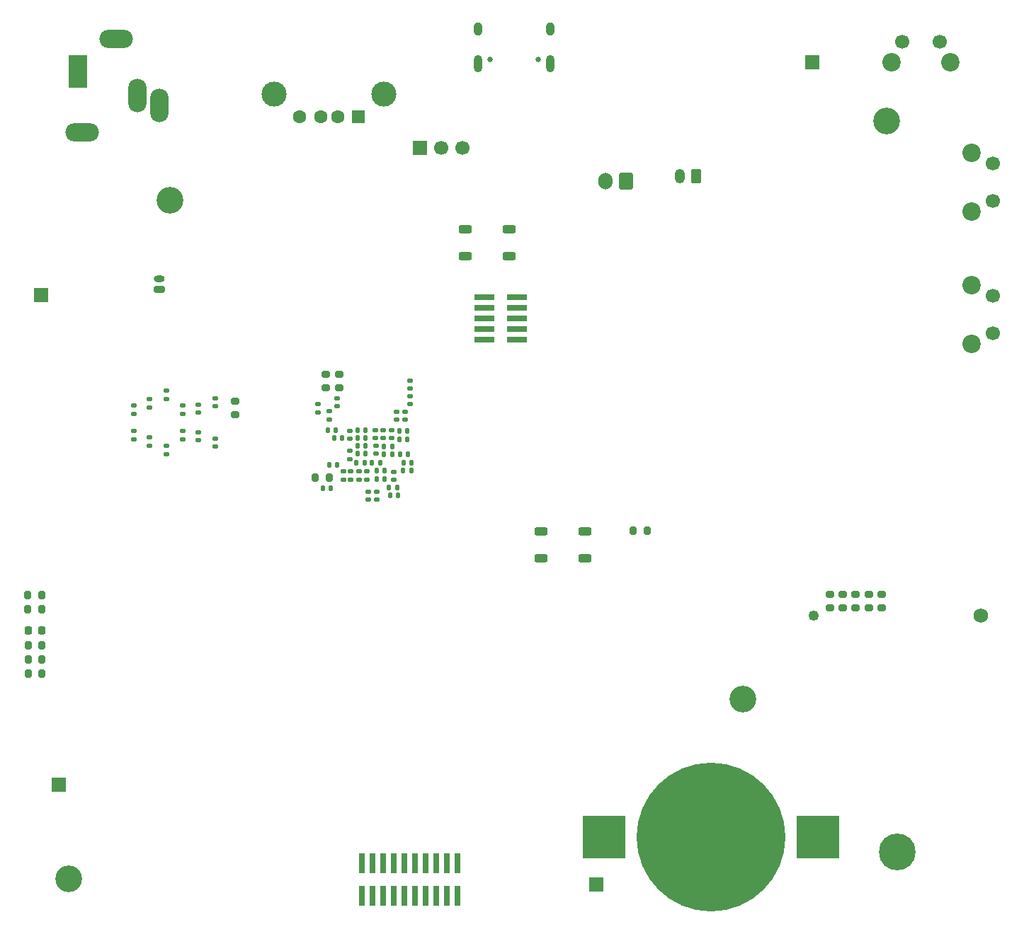
<source format=gbs>
%TF.GenerationSoftware,KiCad,Pcbnew,9.0.5*%
%TF.CreationDate,2025-11-15T17:56:55+00:00*%
%TF.ProjectId,gk,676b2e6b-6963-4616-945f-706362585858,rev?*%
%TF.SameCoordinates,Original*%
%TF.FileFunction,Soldermask,Bot*%
%TF.FilePolarity,Negative*%
%FSLAX46Y46*%
G04 Gerber Fmt 4.6, Leading zero omitted, Abs format (unit mm)*
G04 Created by KiCad (PCBNEW 9.0.5) date 2025-11-15 17:56:55*
%MOMM*%
%LPD*%
G01*
G04 APERTURE LIST*
G04 Aperture macros list*
%AMRoundRect*
0 Rectangle with rounded corners*
0 $1 Rounding radius*
0 $2 $3 $4 $5 $6 $7 $8 $9 X,Y pos of 4 corners*
0 Add a 4 corners polygon primitive as box body*
4,1,4,$2,$3,$4,$5,$6,$7,$8,$9,$2,$3,0*
0 Add four circle primitives for the rounded corners*
1,1,$1+$1,$2,$3*
1,1,$1+$1,$4,$5*
1,1,$1+$1,$6,$7*
1,1,$1+$1,$8,$9*
0 Add four rect primitives between the rounded corners*
20,1,$1+$1,$2,$3,$4,$5,0*
20,1,$1+$1,$4,$5,$6,$7,0*
20,1,$1+$1,$6,$7,$8,$9,0*
20,1,$1+$1,$8,$9,$2,$3,0*%
G04 Aperture macros list end*
%ADD10RoundRect,0.250000X0.525000X0.250000X-0.525000X0.250000X-0.525000X-0.250000X0.525000X-0.250000X0*%
%ADD11C,2.200000*%
%ADD12C,1.700000*%
%ADD13R,1.700000X1.700000*%
%ADD14R,1.600000X1.500000*%
%ADD15C,1.600000*%
%ADD16C,3.000000*%
%ADD17C,3.200000*%
%ADD18C,1.250000*%
%ADD19C,1.750000*%
%ADD20RoundRect,0.200000X0.450000X-0.200000X0.450000X0.200000X-0.450000X0.200000X-0.450000X-0.200000X0*%
%ADD21O,1.300000X0.800000*%
%ADD22O,2.200000X4.000000*%
%ADD23O,4.000000X2.200000*%
%ADD24R,2.200000X4.000000*%
%ADD25C,0.650000*%
%ADD26O,1.000000X2.100000*%
%ADD27O,1.000000X1.600000*%
%ADD28RoundRect,0.250000X0.600000X0.750000X-0.600000X0.750000X-0.600000X-0.750000X0.600000X-0.750000X0*%
%ADD29O,1.700000X2.000000*%
%ADD30C,2.600000*%
%ADD31C,4.400000*%
%ADD32RoundRect,0.250000X0.350000X0.625000X-0.350000X0.625000X-0.350000X-0.625000X0.350000X-0.625000X0*%
%ADD33O,1.200000X1.750000*%
%ADD34RoundRect,0.140000X0.170000X-0.140000X0.170000X0.140000X-0.170000X0.140000X-0.170000X-0.140000X0*%
%ADD35RoundRect,0.200000X-0.200000X-0.275000X0.200000X-0.275000X0.200000X0.275000X-0.200000X0.275000X0*%
%ADD36RoundRect,0.140000X-0.170000X0.140000X-0.170000X-0.140000X0.170000X-0.140000X0.170000X0.140000X0*%
%ADD37R,0.740000X2.400000*%
%ADD38RoundRect,0.200000X0.275000X-0.200000X0.275000X0.200000X-0.275000X0.200000X-0.275000X-0.200000X0*%
%ADD39RoundRect,0.140000X-0.140000X-0.170000X0.140000X-0.170000X0.140000X0.170000X-0.140000X0.170000X0*%
%ADD40RoundRect,0.140000X0.140000X0.170000X-0.140000X0.170000X-0.140000X-0.170000X0.140000X-0.170000X0*%
%ADD41RoundRect,0.200000X0.200000X0.275000X-0.200000X0.275000X-0.200000X-0.275000X0.200000X-0.275000X0*%
%ADD42RoundRect,0.225000X0.225000X0.250000X-0.225000X0.250000X-0.225000X-0.250000X0.225000X-0.250000X0*%
%ADD43RoundRect,0.200000X-0.275000X0.200000X-0.275000X-0.200000X0.275000X-0.200000X0.275000X0.200000X0*%
%ADD44R,2.400000X0.740000*%
%ADD45R,5.100000X5.100000*%
%ADD46C,17.800000*%
G04 APERTURE END LIST*
D10*
%TO.C,SW2*%
X109856991Y-92778939D03*
X104606991Y-92778939D03*
X109856991Y-95978939D03*
X104606991Y-95978939D03*
%TD*%
%TO.C,SW1*%
X100776491Y-56647439D03*
X95526491Y-56647439D03*
X100776491Y-59847439D03*
X95526491Y-59847439D03*
%TD*%
D11*
%TO.C,SW_ONOFF1*%
X146488491Y-36679439D03*
X153488491Y-36679439D03*
D12*
X147738491Y-34179439D03*
X152238491Y-34179439D03*
%TD*%
D13*
%TO.C,TP4*%
X46906991Y-123144439D03*
%TD*%
%TO.C,TP2*%
X137013491Y-36657439D03*
%TD*%
D14*
%TO.C,J6*%
X82738491Y-43214439D03*
D15*
X80238491Y-43214439D03*
X78238491Y-43214439D03*
X75738491Y-43214439D03*
D16*
X85808491Y-40504439D03*
X72668491Y-40504439D03*
%TD*%
D17*
%TO.C,H5*%
X48113491Y-134383939D03*
%TD*%
%TO.C,H4*%
X145900969Y-43676207D03*
%TD*%
D13*
%TO.C,TP1*%
X44788491Y-64554439D03*
%TD*%
D11*
%TO.C,SW_VOLDOWN1*%
X156063491Y-63354439D03*
X156063491Y-70354439D03*
D12*
X158563491Y-64604439D03*
X158563491Y-69104439D03*
%TD*%
D18*
%TO.C,J3*%
X137138491Y-102904439D03*
D19*
X157138491Y-102904439D03*
%TD*%
D20*
%TO.C,J13*%
X58986491Y-63825439D03*
D21*
X58986491Y-62575439D03*
%TD*%
D22*
%TO.C,J12*%
X58980991Y-41854439D03*
X56280991Y-40654439D03*
D23*
X53780991Y-33854439D03*
D24*
X49180991Y-37754439D03*
D23*
X49680991Y-45054439D03*
%TD*%
D13*
%TO.C,J14*%
X90100000Y-46900000D03*
D12*
X92640000Y-46900000D03*
X95180000Y-46900000D03*
%TD*%
D25*
%TO.C,J7*%
X104255791Y-36293739D03*
X98475791Y-36293739D03*
D26*
X105685791Y-36823739D03*
D27*
X105685791Y-32643739D03*
D26*
X97045791Y-36823739D03*
D27*
X97045791Y-32643739D03*
%TD*%
D11*
%TO.C,SW_VOLUP1*%
X156063491Y-47504439D03*
X156063491Y-54504439D03*
D12*
X158563491Y-48754439D03*
X158563491Y-53254439D03*
%TD*%
D28*
%TO.C,J1*%
X114768491Y-50898439D03*
D29*
X112268491Y-50898439D03*
%TD*%
D30*
%TO.C,H1*%
X147138491Y-131154439D03*
D31*
X147138491Y-131154439D03*
%TD*%
D17*
%TO.C,H3*%
X60175969Y-53201207D03*
%TD*%
%TO.C,H2*%
X128694991Y-112857439D03*
%TD*%
D32*
%TO.C,J2*%
X123154491Y-50288439D03*
D33*
X121154491Y-50288439D03*
%TD*%
D13*
%TO.C,TP3*%
X111150000Y-135050000D03*
%TD*%
D34*
%TO.C,C80*%
X65641491Y-77811439D03*
X65641491Y-76851439D03*
%TD*%
D35*
%TO.C,R27*%
X43209991Y-100436439D03*
X44859991Y-100436439D03*
%TD*%
D36*
%TO.C,C35*%
X86688491Y-80674439D03*
X86688491Y-81634439D03*
%TD*%
%TO.C,C63*%
X88888491Y-76624439D03*
X88888491Y-77584439D03*
%TD*%
D37*
%TO.C,J11*%
X83165491Y-132497439D03*
X83165491Y-136397439D03*
X84435491Y-132497439D03*
X84435491Y-136397439D03*
X85705491Y-132497439D03*
X85705491Y-136397439D03*
X86975491Y-132497439D03*
X86975491Y-136397439D03*
X88245491Y-132497439D03*
X88245491Y-136397439D03*
X89515491Y-132497439D03*
X89515491Y-136397439D03*
X90785491Y-132497439D03*
X90785491Y-136397439D03*
X92055491Y-132497439D03*
X92055491Y-136397439D03*
X93325491Y-132497439D03*
X93325491Y-136397439D03*
X94595491Y-132497439D03*
X94595491Y-136397439D03*
%TD*%
D38*
%TO.C,R16*%
X140638491Y-101979439D03*
X140638491Y-100329439D03*
%TD*%
D39*
%TO.C,C56*%
X88158491Y-84554439D03*
X89118491Y-84554439D03*
%TD*%
%TO.C,C66*%
X85808491Y-83554439D03*
X86768491Y-83554439D03*
%TD*%
D34*
%TO.C,C93*%
X61704491Y-81748439D03*
X61704491Y-80788439D03*
%TD*%
D40*
%TO.C,C29*%
X83618491Y-82554439D03*
X82658491Y-82554439D03*
%TD*%
D34*
%TO.C,C44*%
X80938491Y-86584439D03*
X80938491Y-85624439D03*
%TD*%
D38*
%TO.C,R17*%
X143738491Y-101979439D03*
X143738491Y-100329439D03*
%TD*%
D40*
%TO.C,C13*%
X85868491Y-86554439D03*
X84908491Y-86554439D03*
%TD*%
D38*
%TO.C,R18*%
X139088491Y-101979439D03*
X139088491Y-100329439D03*
%TD*%
D36*
%TO.C,C57*%
X83938491Y-88024439D03*
X83938491Y-88984439D03*
%TD*%
D35*
%TO.C,R25*%
X43259991Y-108086439D03*
X44909991Y-108086439D03*
%TD*%
D36*
%TO.C,C89*%
X61704491Y-77740439D03*
X61704491Y-78700439D03*
%TD*%
D34*
%TO.C,C73*%
X63609491Y-78573439D03*
X63609491Y-77613439D03*
%TD*%
D36*
%TO.C,C67*%
X84738491Y-80674439D03*
X84738491Y-81634439D03*
%TD*%
%TO.C,C48*%
X81738491Y-80774439D03*
X81738491Y-81734439D03*
%TD*%
D40*
%TO.C,C68*%
X86768491Y-82604439D03*
X85808491Y-82604439D03*
%TD*%
D36*
%TO.C,C65*%
X87338491Y-78474439D03*
X87338491Y-79434439D03*
%TD*%
%TO.C,C61*%
X80188491Y-76874439D03*
X80188491Y-77834439D03*
%TD*%
D35*
%TO.C,R28*%
X43209991Y-102136439D03*
X44859991Y-102136439D03*
%TD*%
D36*
%TO.C,C71*%
X59799491Y-82566439D03*
X59799491Y-83526439D03*
%TD*%
D35*
%TO.C,R26*%
X43259991Y-109786439D03*
X44909991Y-109786439D03*
%TD*%
D39*
%TO.C,C43*%
X82508491Y-84554439D03*
X83468491Y-84554439D03*
%TD*%
D38*
%TO.C,R21*%
X145288491Y-101979439D03*
X145288491Y-100329439D03*
%TD*%
D34*
%TO.C,C16*%
X86938491Y-86603939D03*
X86938491Y-85643939D03*
%TD*%
%TO.C,C41*%
X83738491Y-86584439D03*
X83738491Y-85624439D03*
%TD*%
D39*
%TO.C,C26*%
X82658491Y-81604439D03*
X83618491Y-81604439D03*
%TD*%
D40*
%TO.C,C32*%
X80818491Y-81654439D03*
X79858491Y-81654439D03*
%TD*%
D39*
%TO.C,C27*%
X82658491Y-83504439D03*
X83618491Y-83504439D03*
%TD*%
%TO.C,C51*%
X88108491Y-85554439D03*
X89068491Y-85554439D03*
%TD*%
D41*
%TO.C,R38*%
X79227991Y-86377939D03*
X77577991Y-86377939D03*
%TD*%
D39*
%TO.C,C17*%
X84358491Y-84554439D03*
X85318491Y-84554439D03*
%TD*%
D42*
%TO.C,C99*%
X44859991Y-104686439D03*
X43309991Y-104686439D03*
%TD*%
D40*
%TO.C,C31*%
X83618491Y-80654439D03*
X82658491Y-80654439D03*
%TD*%
D43*
%TO.C,R13*%
X80488491Y-73979439D03*
X80488491Y-75629439D03*
%TD*%
D44*
%TO.C,J10*%
X101690000Y-64770000D03*
X97790000Y-64770000D03*
X101690000Y-66040000D03*
X97790000Y-66040000D03*
X101690000Y-67310000D03*
X97790000Y-67310000D03*
X101690000Y-68580000D03*
X97790000Y-68580000D03*
X101690000Y-69850000D03*
X97790000Y-69850000D03*
%TD*%
D39*
%TO.C,C12*%
X87608491Y-81754439D03*
X88568491Y-81754439D03*
%TD*%
D40*
%TO.C,C34*%
X80018491Y-80654439D03*
X79058491Y-80654439D03*
%TD*%
%TO.C,C33*%
X80218491Y-84854439D03*
X79258491Y-84854439D03*
%TD*%
D36*
%TO.C,C58*%
X84938491Y-88024439D03*
X84938491Y-88984439D03*
%TD*%
%TO.C,C70*%
X63609491Y-80915439D03*
X63609491Y-81875439D03*
%TD*%
D35*
%TO.C,R29*%
X43259991Y-106386439D03*
X44909991Y-106386439D03*
%TD*%
D39*
%TO.C,C14*%
X84908491Y-85554439D03*
X85868491Y-85554439D03*
%TD*%
D45*
%TO.C,BT1*%
X137684991Y-129408695D03*
X112084991Y-129408695D03*
D46*
X124884991Y-129408695D03*
%TD*%
D34*
%TO.C,C54*%
X79238491Y-79384439D03*
X79238491Y-78424439D03*
%TD*%
D36*
%TO.C,C77*%
X57767491Y-76978439D03*
X57767491Y-77938439D03*
%TD*%
D34*
%TO.C,C72*%
X59799491Y-76922439D03*
X59799491Y-75962439D03*
%TD*%
D36*
%TO.C,C30*%
X84838491Y-82524439D03*
X84838491Y-83484439D03*
%TD*%
D43*
%TO.C,R41*%
X78835291Y-73976240D03*
X78835291Y-75626240D03*
%TD*%
D34*
%TO.C,C46*%
X82788491Y-86584439D03*
X82788491Y-85624439D03*
%TD*%
D36*
%TO.C,C64*%
X88338491Y-78474439D03*
X88338491Y-79434439D03*
%TD*%
%TO.C,C79*%
X65613491Y-81674439D03*
X65613491Y-82634439D03*
%TD*%
D34*
%TO.C,C23*%
X77888491Y-78534439D03*
X77888491Y-77574439D03*
%TD*%
%TO.C,C62*%
X88888491Y-75684439D03*
X88888491Y-74724439D03*
%TD*%
D38*
%TO.C,R15*%
X67988491Y-78829439D03*
X67988491Y-77179439D03*
%TD*%
D34*
%TO.C,C88*%
X55862491Y-81748439D03*
X55862491Y-80788439D03*
%TD*%
%TO.C,C47*%
X81738491Y-84134439D03*
X81738491Y-83174439D03*
%TD*%
D36*
%TO.C,C39*%
X81838491Y-85624439D03*
X81838491Y-86584439D03*
%TD*%
D39*
%TO.C,C59*%
X86508491Y-88454439D03*
X87468491Y-88454439D03*
%TD*%
D34*
%TO.C,C69*%
X85738491Y-81634439D03*
X85738491Y-80674439D03*
%TD*%
%TO.C,C78*%
X57767491Y-82510439D03*
X57767491Y-81550439D03*
%TD*%
D39*
%TO.C,C49*%
X87608491Y-80754439D03*
X88568491Y-80754439D03*
%TD*%
D41*
%TO.C,R45*%
X117275000Y-92700000D03*
X115625000Y-92700000D03*
%TD*%
D36*
%TO.C,C87*%
X55862491Y-77740439D03*
X55862491Y-78700439D03*
%TD*%
D39*
%TO.C,C11*%
X87708491Y-83554439D03*
X88668491Y-83554439D03*
%TD*%
D40*
%TO.C,C55*%
X79468491Y-87654439D03*
X78508491Y-87654439D03*
%TD*%
D38*
%TO.C,R20*%
X142188491Y-101979439D03*
X142188491Y-100329439D03*
%TD*%
D39*
%TO.C,C60*%
X86408491Y-87504439D03*
X87368491Y-87504439D03*
%TD*%
M02*

</source>
